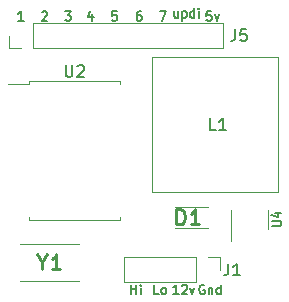
<source format=gbr>
%TF.GenerationSoftware,KiCad,Pcbnew,7.0.1-3b83917a11~172~ubuntu22.04.1*%
%TF.CreationDate,2023-03-19T17:12:06-07:00*%
%TF.ProjectId,CAN_Controller,43414e5f-436f-46e7-9472-6f6c6c65722e,rev?*%
%TF.SameCoordinates,Original*%
%TF.FileFunction,Legend,Top*%
%TF.FilePolarity,Positive*%
%FSLAX46Y46*%
G04 Gerber Fmt 4.6, Leading zero omitted, Abs format (unit mm)*
G04 Created by KiCad (PCBNEW 7.0.1-3b83917a11~172~ubuntu22.04.1) date 2023-03-19 17:12:06*
%MOMM*%
%LPD*%
G01*
G04 APERTURE LIST*
%ADD10C,0.127000*%
%ADD11C,0.150000*%
%ADD12C,0.254000*%
%ADD13C,0.120000*%
%ADD14C,0.100000*%
G04 APERTURE END LIST*
D10*
X134435700Y-97770142D02*
X134054700Y-97770142D01*
X134054700Y-97770142D02*
X134054700Y-96970042D01*
X134816700Y-97770142D02*
X134740500Y-97732042D01*
X134740500Y-97732042D02*
X134702400Y-97693942D01*
X134702400Y-97693942D02*
X134664300Y-97617742D01*
X134664300Y-97617742D02*
X134664300Y-97389142D01*
X134664300Y-97389142D02*
X134702400Y-97312942D01*
X134702400Y-97312942D02*
X134740500Y-97274842D01*
X134740500Y-97274842D02*
X134816700Y-97236742D01*
X134816700Y-97236742D02*
X134931000Y-97236742D01*
X134931000Y-97236742D02*
X135007200Y-97274842D01*
X135007200Y-97274842D02*
X135045300Y-97312942D01*
X135045300Y-97312942D02*
X135083400Y-97389142D01*
X135083400Y-97389142D02*
X135083400Y-97617742D01*
X135083400Y-97617742D02*
X135045300Y-97693942D01*
X135045300Y-97693942D02*
X135007200Y-97732042D01*
X135007200Y-97732042D02*
X134931000Y-97770142D01*
X134931000Y-97770142D02*
X134816700Y-97770142D01*
X124566285Y-73887742D02*
X124602571Y-73849642D01*
X124602571Y-73849642D02*
X124675143Y-73811542D01*
X124675143Y-73811542D02*
X124856571Y-73811542D01*
X124856571Y-73811542D02*
X124929143Y-73849642D01*
X124929143Y-73849642D02*
X124965428Y-73887742D01*
X124965428Y-73887742D02*
X125001714Y-73963942D01*
X125001714Y-73963942D02*
X125001714Y-74040142D01*
X125001714Y-74040142D02*
X124965428Y-74154442D01*
X124965428Y-74154442D02*
X124530000Y-74611642D01*
X124530000Y-74611642D02*
X125001714Y-74611642D01*
X128829143Y-74078242D02*
X128829143Y-74611642D01*
X128647714Y-73773442D02*
X128466285Y-74344942D01*
X128466285Y-74344942D02*
X128938000Y-74344942D01*
X132929143Y-73811542D02*
X132784000Y-73811542D01*
X132784000Y-73811542D02*
X132711428Y-73849642D01*
X132711428Y-73849642D02*
X132675143Y-73887742D01*
X132675143Y-73887742D02*
X132602571Y-74002042D01*
X132602571Y-74002042D02*
X132566285Y-74154442D01*
X132566285Y-74154442D02*
X132566285Y-74459242D01*
X132566285Y-74459242D02*
X132602571Y-74535442D01*
X132602571Y-74535442D02*
X132638857Y-74573542D01*
X132638857Y-74573542D02*
X132711428Y-74611642D01*
X132711428Y-74611642D02*
X132856571Y-74611642D01*
X132856571Y-74611642D02*
X132929143Y-74573542D01*
X132929143Y-74573542D02*
X132965428Y-74535442D01*
X132965428Y-74535442D02*
X133001714Y-74459242D01*
X133001714Y-74459242D02*
X133001714Y-74268742D01*
X133001714Y-74268742D02*
X132965428Y-74192542D01*
X132965428Y-74192542D02*
X132929143Y-74154442D01*
X132929143Y-74154442D02*
X132856571Y-74116342D01*
X132856571Y-74116342D02*
X132711428Y-74116342D01*
X132711428Y-74116342D02*
X132638857Y-74154442D01*
X132638857Y-74154442D02*
X132602571Y-74192542D01*
X132602571Y-74192542D02*
X132566285Y-74268742D01*
X123012600Y-74611642D02*
X122555400Y-74611642D01*
X122784000Y-74611642D02*
X122784000Y-73811542D01*
X122784000Y-73811542D02*
X122707800Y-73925842D01*
X122707800Y-73925842D02*
X122631600Y-74002042D01*
X122631600Y-74002042D02*
X122555400Y-74040142D01*
X138875143Y-73811542D02*
X138512286Y-73811542D01*
X138512286Y-73811542D02*
X138476000Y-74192542D01*
X138476000Y-74192542D02*
X138512286Y-74154442D01*
X138512286Y-74154442D02*
X138584858Y-74116342D01*
X138584858Y-74116342D02*
X138766286Y-74116342D01*
X138766286Y-74116342D02*
X138838858Y-74154442D01*
X138838858Y-74154442D02*
X138875143Y-74192542D01*
X138875143Y-74192542D02*
X138911429Y-74268742D01*
X138911429Y-74268742D02*
X138911429Y-74459242D01*
X138911429Y-74459242D02*
X138875143Y-74535442D01*
X138875143Y-74535442D02*
X138838858Y-74573542D01*
X138838858Y-74573542D02*
X138766286Y-74611642D01*
X138766286Y-74611642D02*
X138584858Y-74611642D01*
X138584858Y-74611642D02*
X138512286Y-74573542D01*
X138512286Y-74573542D02*
X138476000Y-74535442D01*
X139165429Y-74078242D02*
X139346857Y-74611642D01*
X139346857Y-74611642D02*
X139528286Y-74078242D01*
X134530000Y-73811542D02*
X135038000Y-73811542D01*
X135038000Y-73811542D02*
X134711428Y-74611642D01*
X138294142Y-97008142D02*
X138221571Y-96970042D01*
X138221571Y-96970042D02*
X138112713Y-96970042D01*
X138112713Y-96970042D02*
X138003856Y-97008142D01*
X138003856Y-97008142D02*
X137931285Y-97084342D01*
X137931285Y-97084342D02*
X137894999Y-97160542D01*
X137894999Y-97160542D02*
X137858713Y-97312942D01*
X137858713Y-97312942D02*
X137858713Y-97427242D01*
X137858713Y-97427242D02*
X137894999Y-97579642D01*
X137894999Y-97579642D02*
X137931285Y-97655842D01*
X137931285Y-97655842D02*
X138003856Y-97732042D01*
X138003856Y-97732042D02*
X138112713Y-97770142D01*
X138112713Y-97770142D02*
X138185285Y-97770142D01*
X138185285Y-97770142D02*
X138294142Y-97732042D01*
X138294142Y-97732042D02*
X138330428Y-97693942D01*
X138330428Y-97693942D02*
X138330428Y-97427242D01*
X138330428Y-97427242D02*
X138185285Y-97427242D01*
X138656999Y-97236742D02*
X138656999Y-97770142D01*
X138656999Y-97312942D02*
X138693285Y-97274842D01*
X138693285Y-97274842D02*
X138765856Y-97236742D01*
X138765856Y-97236742D02*
X138874713Y-97236742D01*
X138874713Y-97236742D02*
X138947285Y-97274842D01*
X138947285Y-97274842D02*
X138983571Y-97351042D01*
X138983571Y-97351042D02*
X138983571Y-97770142D01*
X139673000Y-97770142D02*
X139673000Y-96970042D01*
X139673000Y-97732042D02*
X139600428Y-97770142D01*
X139600428Y-97770142D02*
X139455285Y-97770142D01*
X139455285Y-97770142D02*
X139382714Y-97732042D01*
X139382714Y-97732042D02*
X139346428Y-97693942D01*
X139346428Y-97693942D02*
X139310142Y-97617742D01*
X139310142Y-97617742D02*
X139310142Y-97389142D01*
X139310142Y-97389142D02*
X139346428Y-97312942D01*
X139346428Y-97312942D02*
X139382714Y-97274842D01*
X139382714Y-97274842D02*
X139455285Y-97236742D01*
X139455285Y-97236742D02*
X139600428Y-97236742D01*
X139600428Y-97236742D02*
X139673000Y-97274842D01*
X126530000Y-73811542D02*
X127001714Y-73811542D01*
X127001714Y-73811542D02*
X126747714Y-74116342D01*
X126747714Y-74116342D02*
X126856571Y-74116342D01*
X126856571Y-74116342D02*
X126929143Y-74154442D01*
X126929143Y-74154442D02*
X126965428Y-74192542D01*
X126965428Y-74192542D02*
X127001714Y-74268742D01*
X127001714Y-74268742D02*
X127001714Y-74459242D01*
X127001714Y-74459242D02*
X126965428Y-74535442D01*
X126965428Y-74535442D02*
X126929143Y-74573542D01*
X126929143Y-74573542D02*
X126856571Y-74611642D01*
X126856571Y-74611642D02*
X126638857Y-74611642D01*
X126638857Y-74611642D02*
X126566285Y-74573542D01*
X126566285Y-74573542D02*
X126530000Y-74535442D01*
X130865428Y-73811542D02*
X130502571Y-73811542D01*
X130502571Y-73811542D02*
X130466285Y-74192542D01*
X130466285Y-74192542D02*
X130502571Y-74154442D01*
X130502571Y-74154442D02*
X130575143Y-74116342D01*
X130575143Y-74116342D02*
X130756571Y-74116342D01*
X130756571Y-74116342D02*
X130829143Y-74154442D01*
X130829143Y-74154442D02*
X130865428Y-74192542D01*
X130865428Y-74192542D02*
X130901714Y-74268742D01*
X130901714Y-74268742D02*
X130901714Y-74459242D01*
X130901714Y-74459242D02*
X130865428Y-74535442D01*
X130865428Y-74535442D02*
X130829143Y-74573542D01*
X130829143Y-74573542D02*
X130756571Y-74611642D01*
X130756571Y-74611642D02*
X130575143Y-74611642D01*
X130575143Y-74611642D02*
X130502571Y-74573542D01*
X130502571Y-74573542D02*
X130466285Y-74535442D01*
X132064900Y-97770142D02*
X132064900Y-96970042D01*
X132064900Y-97351042D02*
X132522100Y-97351042D01*
X132522100Y-97770142D02*
X132522100Y-96970042D01*
X132903100Y-97770142D02*
X132903100Y-97236742D01*
X132903100Y-96970042D02*
X132865000Y-97008142D01*
X132865000Y-97008142D02*
X132903100Y-97046242D01*
X132903100Y-97046242D02*
X132941200Y-97008142D01*
X132941200Y-97008142D02*
X132903100Y-96970042D01*
X132903100Y-96970042D02*
X132903100Y-97046242D01*
X136114572Y-97770142D02*
X135679143Y-97770142D01*
X135896858Y-97770142D02*
X135896858Y-96970042D01*
X135896858Y-96970042D02*
X135824286Y-97084342D01*
X135824286Y-97084342D02*
X135751715Y-97160542D01*
X135751715Y-97160542D02*
X135679143Y-97198642D01*
X136404857Y-97046242D02*
X136441143Y-97008142D01*
X136441143Y-97008142D02*
X136513715Y-96970042D01*
X136513715Y-96970042D02*
X136695143Y-96970042D01*
X136695143Y-96970042D02*
X136767715Y-97008142D01*
X136767715Y-97008142D02*
X136804000Y-97046242D01*
X136804000Y-97046242D02*
X136840286Y-97122442D01*
X136840286Y-97122442D02*
X136840286Y-97198642D01*
X136840286Y-97198642D02*
X136804000Y-97312942D01*
X136804000Y-97312942D02*
X136368572Y-97770142D01*
X136368572Y-97770142D02*
X136840286Y-97770142D01*
X137094286Y-97236742D02*
X137275714Y-97770142D01*
X137275714Y-97770142D02*
X137457143Y-97236742D01*
X136076428Y-73836742D02*
X136076428Y-74370142D01*
X135749856Y-73836742D02*
X135749856Y-74255842D01*
X135749856Y-74255842D02*
X135786142Y-74332042D01*
X135786142Y-74332042D02*
X135858713Y-74370142D01*
X135858713Y-74370142D02*
X135967570Y-74370142D01*
X135967570Y-74370142D02*
X136040142Y-74332042D01*
X136040142Y-74332042D02*
X136076428Y-74293942D01*
X136439285Y-73836742D02*
X136439285Y-74636842D01*
X136439285Y-73874842D02*
X136511857Y-73836742D01*
X136511857Y-73836742D02*
X136656999Y-73836742D01*
X136656999Y-73836742D02*
X136729571Y-73874842D01*
X136729571Y-73874842D02*
X136765857Y-73912942D01*
X136765857Y-73912942D02*
X136802142Y-73989142D01*
X136802142Y-73989142D02*
X136802142Y-74217742D01*
X136802142Y-74217742D02*
X136765857Y-74293942D01*
X136765857Y-74293942D02*
X136729571Y-74332042D01*
X136729571Y-74332042D02*
X136656999Y-74370142D01*
X136656999Y-74370142D02*
X136511857Y-74370142D01*
X136511857Y-74370142D02*
X136439285Y-74332042D01*
X137455286Y-74370142D02*
X137455286Y-73570042D01*
X137455286Y-74332042D02*
X137382714Y-74370142D01*
X137382714Y-74370142D02*
X137237571Y-74370142D01*
X137237571Y-74370142D02*
X137165000Y-74332042D01*
X137165000Y-74332042D02*
X137128714Y-74293942D01*
X137128714Y-74293942D02*
X137092428Y-74217742D01*
X137092428Y-74217742D02*
X137092428Y-73989142D01*
X137092428Y-73989142D02*
X137128714Y-73912942D01*
X137128714Y-73912942D02*
X137165000Y-73874842D01*
X137165000Y-73874842D02*
X137237571Y-73836742D01*
X137237571Y-73836742D02*
X137382714Y-73836742D01*
X137382714Y-73836742D02*
X137455286Y-73874842D01*
X137818143Y-74370142D02*
X137818143Y-73836742D01*
X137818143Y-73570042D02*
X137781857Y-73608142D01*
X137781857Y-73608142D02*
X137818143Y-73646242D01*
X137818143Y-73646242D02*
X137854429Y-73608142D01*
X137854429Y-73608142D02*
X137818143Y-73570042D01*
X137818143Y-73570042D02*
X137818143Y-73646242D01*
D11*
%TO.C,J1*%
X140310666Y-95191619D02*
X140310666Y-95905904D01*
X140310666Y-95905904D02*
X140263047Y-96048761D01*
X140263047Y-96048761D02*
X140167809Y-96144000D01*
X140167809Y-96144000D02*
X140024952Y-96191619D01*
X140024952Y-96191619D02*
X139929714Y-96191619D01*
X141310666Y-96191619D02*
X140739238Y-96191619D01*
X141024952Y-96191619D02*
X141024952Y-95191619D01*
X141024952Y-95191619D02*
X140929714Y-95334476D01*
X140929714Y-95334476D02*
X140834476Y-95429714D01*
X140834476Y-95429714D02*
X140739238Y-95477333D01*
%TO.C,J5*%
X140916666Y-75341619D02*
X140916666Y-76055904D01*
X140916666Y-76055904D02*
X140869047Y-76198761D01*
X140869047Y-76198761D02*
X140773809Y-76294000D01*
X140773809Y-76294000D02*
X140630952Y-76341619D01*
X140630952Y-76341619D02*
X140535714Y-76341619D01*
X141869047Y-75341619D02*
X141392857Y-75341619D01*
X141392857Y-75341619D02*
X141345238Y-75817809D01*
X141345238Y-75817809D02*
X141392857Y-75770190D01*
X141392857Y-75770190D02*
X141488095Y-75722571D01*
X141488095Y-75722571D02*
X141726190Y-75722571D01*
X141726190Y-75722571D02*
X141821428Y-75770190D01*
X141821428Y-75770190D02*
X141869047Y-75817809D01*
X141869047Y-75817809D02*
X141916666Y-75913047D01*
X141916666Y-75913047D02*
X141916666Y-76151142D01*
X141916666Y-76151142D02*
X141869047Y-76246380D01*
X141869047Y-76246380D02*
X141821428Y-76294000D01*
X141821428Y-76294000D02*
X141726190Y-76341619D01*
X141726190Y-76341619D02*
X141488095Y-76341619D01*
X141488095Y-76341619D02*
X141392857Y-76294000D01*
X141392857Y-76294000D02*
X141345238Y-76246380D01*
%TO.C,U2*%
X126557095Y-78381619D02*
X126557095Y-79191142D01*
X126557095Y-79191142D02*
X126604714Y-79286380D01*
X126604714Y-79286380D02*
X126652333Y-79334000D01*
X126652333Y-79334000D02*
X126747571Y-79381619D01*
X126747571Y-79381619D02*
X126938047Y-79381619D01*
X126938047Y-79381619D02*
X127033285Y-79334000D01*
X127033285Y-79334000D02*
X127080904Y-79286380D01*
X127080904Y-79286380D02*
X127128523Y-79191142D01*
X127128523Y-79191142D02*
X127128523Y-78381619D01*
X127557095Y-78476857D02*
X127604714Y-78429238D01*
X127604714Y-78429238D02*
X127699952Y-78381619D01*
X127699952Y-78381619D02*
X127938047Y-78381619D01*
X127938047Y-78381619D02*
X128033285Y-78429238D01*
X128033285Y-78429238D02*
X128080904Y-78476857D01*
X128080904Y-78476857D02*
X128128523Y-78572095D01*
X128128523Y-78572095D02*
X128128523Y-78667333D01*
X128128523Y-78667333D02*
X128080904Y-78810190D01*
X128080904Y-78810190D02*
X127509476Y-79381619D01*
X127509476Y-79381619D02*
X128128523Y-79381619D01*
D12*
%TO.C,Y1*%
X124595238Y-95082764D02*
X124595238Y-95687526D01*
X124171905Y-94417526D02*
X124595238Y-95082764D01*
X124595238Y-95082764D02*
X125018572Y-94417526D01*
X126107143Y-95687526D02*
X125381428Y-95687526D01*
X125744285Y-95687526D02*
X125744285Y-94417526D01*
X125744285Y-94417526D02*
X125623333Y-94598954D01*
X125623333Y-94598954D02*
X125502381Y-94719907D01*
X125502381Y-94719907D02*
X125381428Y-94780383D01*
D11*
%TO.C,L1*%
X139277333Y-83881619D02*
X138801143Y-83881619D01*
X138801143Y-83881619D02*
X138801143Y-82881619D01*
X140134476Y-83881619D02*
X139563048Y-83881619D01*
X139848762Y-83881619D02*
X139848762Y-82881619D01*
X139848762Y-82881619D02*
X139753524Y-83024476D01*
X139753524Y-83024476D02*
X139658286Y-83119714D01*
X139658286Y-83119714D02*
X139563048Y-83167333D01*
D10*
%TO.C,U4*%
X144020042Y-92022071D02*
X144667742Y-92022071D01*
X144667742Y-92022071D02*
X144743942Y-91985785D01*
X144743942Y-91985785D02*
X144782042Y-91949500D01*
X144782042Y-91949500D02*
X144820142Y-91876928D01*
X144820142Y-91876928D02*
X144820142Y-91731785D01*
X144820142Y-91731785D02*
X144782042Y-91659214D01*
X144782042Y-91659214D02*
X144743942Y-91622928D01*
X144743942Y-91622928D02*
X144667742Y-91586642D01*
X144667742Y-91586642D02*
X144020042Y-91586642D01*
X144286742Y-90897214D02*
X144820142Y-90897214D01*
X143981942Y-91078642D02*
X144553442Y-91260071D01*
X144553442Y-91260071D02*
X144553442Y-90788356D01*
D12*
%TO.C,D1*%
X135942618Y-91867526D02*
X135942618Y-90597526D01*
X135942618Y-90597526D02*
X136244999Y-90597526D01*
X136244999Y-90597526D02*
X136426428Y-90658002D01*
X136426428Y-90658002D02*
X136547380Y-90778954D01*
X136547380Y-90778954D02*
X136607857Y-90899907D01*
X136607857Y-90899907D02*
X136668333Y-91141811D01*
X136668333Y-91141811D02*
X136668333Y-91323240D01*
X136668333Y-91323240D02*
X136607857Y-91565145D01*
X136607857Y-91565145D02*
X136547380Y-91686097D01*
X136547380Y-91686097D02*
X136426428Y-91807050D01*
X136426428Y-91807050D02*
X136244999Y-91867526D01*
X136244999Y-91867526D02*
X135942618Y-91867526D01*
X137877857Y-91867526D02*
X137152142Y-91867526D01*
X137514999Y-91867526D02*
X137514999Y-90597526D01*
X137514999Y-90597526D02*
X137394047Y-90778954D01*
X137394047Y-90778954D02*
X137273095Y-90899907D01*
X137273095Y-90899907D02*
X137152142Y-90960383D01*
D13*
%TO.C,J1*%
X139644000Y-94669000D02*
X139644000Y-95729000D01*
X138584000Y-94669000D02*
X139644000Y-94669000D01*
X137584000Y-94669000D02*
X131524000Y-94669000D01*
X137584000Y-94669000D02*
X137584000Y-96789000D01*
X131524000Y-94669000D02*
X131524000Y-96789000D01*
X137584000Y-96789000D02*
X131524000Y-96789000D01*
%TO.C,J5*%
X121734000Y-76939000D02*
X121734000Y-75879000D01*
X122794000Y-76939000D02*
X121734000Y-76939000D01*
X123794000Y-76939000D02*
X139854000Y-76939000D01*
X123794000Y-76939000D02*
X123794000Y-74819000D01*
X139854000Y-76939000D02*
X139854000Y-74819000D01*
X123794000Y-74819000D02*
X139854000Y-74819000D01*
%TO.C,U2*%
X123459000Y-79754000D02*
X123459000Y-79999000D01*
X123459000Y-79999000D02*
X121644000Y-79999000D01*
X123459000Y-91524000D02*
X123459000Y-91279000D01*
X127319000Y-79754000D02*
X123459000Y-79754000D01*
X127319000Y-79754000D02*
X131179000Y-79754000D01*
X127319000Y-91524000D02*
X123459000Y-91524000D01*
X127319000Y-91524000D02*
X131179000Y-91524000D01*
X131179000Y-79754000D02*
X131179000Y-79999000D01*
X131179000Y-91524000D02*
X131179000Y-91279000D01*
D14*
%TO.C,Y1*%
X127700000Y-96700000D02*
X122700000Y-96700000D01*
X127700000Y-93500000D02*
X122700000Y-93500000D01*
D13*
%TO.C,L1*%
X133869000Y-77709000D02*
X144539000Y-77709000D01*
X144539000Y-77709000D02*
X144539000Y-89149000D01*
X144539000Y-89149000D02*
X133869000Y-89149000D01*
X133869000Y-89149000D02*
X133869000Y-77709000D01*
%TO.C,U4*%
X140584000Y-91454000D02*
X140584000Y-93254000D01*
X140584000Y-91454000D02*
X140584000Y-90654000D01*
X143704000Y-91454000D02*
X143704000Y-92254000D01*
X143704000Y-91454000D02*
X143704000Y-90654000D01*
D14*
%TO.C,D1*%
X135805000Y-90390000D02*
X138605000Y-90390000D01*
X135805000Y-92170000D02*
X138605000Y-92170000D01*
X138605000Y-90390000D02*
X138605000Y-90390000D01*
X138605000Y-92170000D02*
X138605000Y-92170000D01*
%TD*%
M02*

</source>
